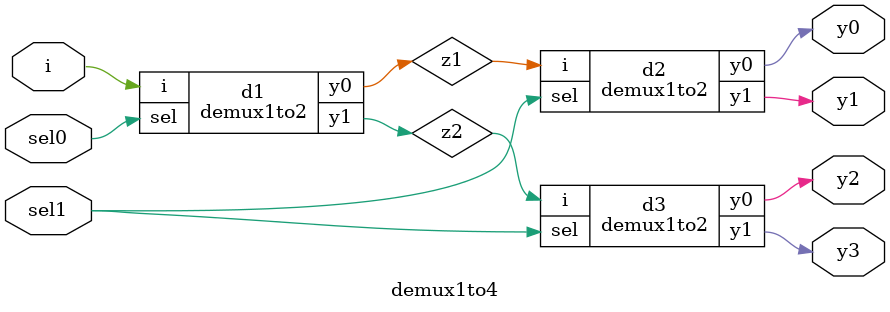
<source format=v>
module demux1to2(
  input sel,
  input i,
  output y0, y1);
  
  assign {y0,y1} = sel?{1'b0,i}: {i,1'b0};
endmodule

module demux1to4(
  input sel0, sel1,
  input  i,
  output reg y0, y1, y2, y3);
  
  wire z1,z2;
  
  demux1to2 d1(sel0, i, z1, z2);
  demux1to2 d2(sel1, z1, y0, y1);
  demux1to2 d3(sel1, z2, y2, y3);
  
endmodule

</source>
